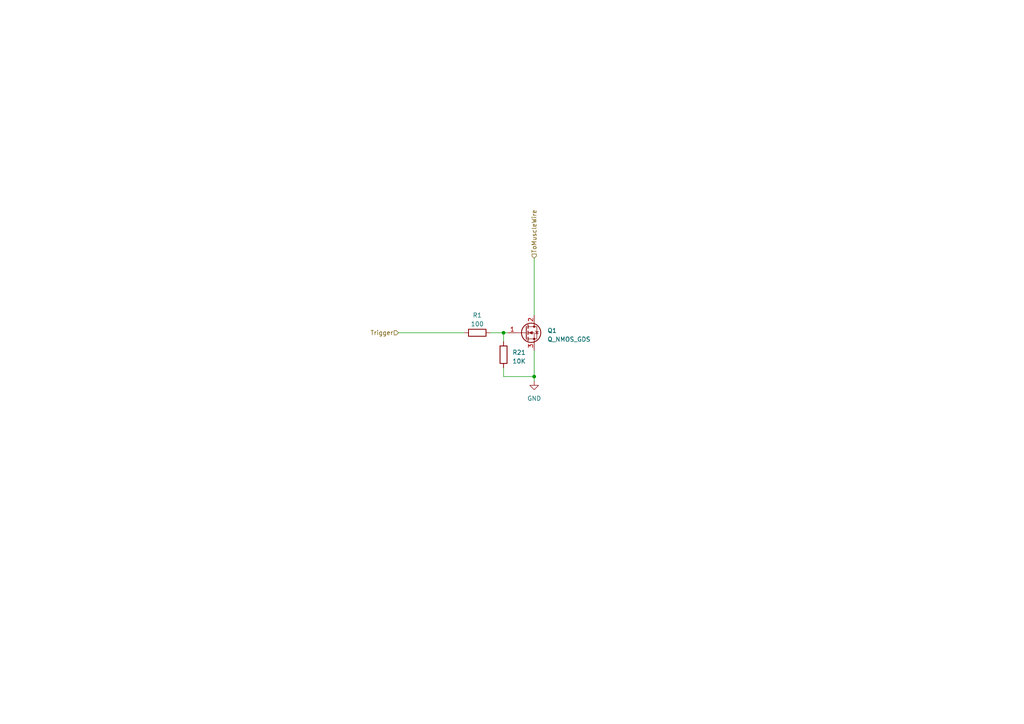
<source format=kicad_sch>
(kicad_sch (version 20230121) (generator eeschema)
  (paper "A4")
  (lib_symbols
    (symbol "Device:Q_NMOS_GDS" (pin_names (offset 0) hide)
      (property "Reference" "Q" (at 5.08 1.27 0))
      (property "Value" "Q_NMOS_GDS" (at 5.08 -1.27 0))
      (symbol "Q_NMOS_GDS_0_1"
        (polyline (pts (xy 0.254 0) (xy -2.54 0)))
        (polyline (pts (xy 0.254 1.905) (xy 0.254 -1.905)) (stroke (width 0.254)))
        (polyline (pts (xy 0.762 -1.27) (xy 0.762 -2.286)) (stroke (width 0.254)))
        (polyline (pts (xy 0.762 0.508) (xy 0.762 -0.508)) (stroke (width 0.254)))
        (polyline (pts (xy 0.762 2.286) (xy 0.762 1.27)) (stroke (width 0.254)))
        (polyline (pts (xy 2.54 2.54) (xy 2.54 1.778)))
        (polyline (pts (xy 2.54 -2.54) (xy 2.54 0) (xy 0.762 0)))
        (polyline (pts (xy 0.762 -1.778) (xy 3.302 -1.778) (xy 3.302 1.778) (xy 0.762 1.778)))
        (polyline (pts (xy 1.016 0) (xy 2.032 0.381) (xy 2.032 -0.381) (xy 1.016 0)) (fill (type outline)))
        (polyline (pts (xy 2.794 0.508) (xy 2.921 0.381) (xy 3.683 0.381) (xy 3.81 0.254)))
        (polyline (pts (xy 3.302 0.381) (xy 2.921 -0.254) (xy 3.683 -0.254) (xy 3.302 0.381)))
        (circle (center 1.651 0) (radius 2.794) (stroke (width 0.254)))
        (circle (center 2.54 -1.778) (radius 0.254) (fill (type outline)))
        (circle (center 2.54 1.778) (radius 0.254) (fill (type outline)))
      )
      (symbol "Q_NMOS_GDS_1_1"
        (pin input line (at -5.08 0 0) (length 2.54) (name "G") (number "1"))
        (pin passive line (at 2.54 5.08 270) (length 2.54) (name "D") (number "2"))
        (pin passive line (at 2.54 -5.08 90) (length 2.54) (name "S") (number "3"))
      )
    )
    (symbol "Device:R" (pin_numbers hide) (pin_names (offset 0))
      (property "Reference" "R" (at 2.032 0 90))
      (property "Value" "R" (at 0 0 90))
      (symbol "R_0_1"
        (rectangle (start -1.016 -2.54) (end 1.016 2.54) (stroke (width 0.254)))
      )
      (symbol "R_1_1"
        (pin passive line (at 0 3.81 270) (length 1.27) (name "~") (number "1"))
        (pin passive line (at 0 -3.81 90) (length 1.27) (name "~") (number "2"))
      )
    )
    (symbol "power:GND" (power) (pin_names (offset 0))
      (property "Value" "GND" (at 0 -3.81 0))
      (symbol "GND_0_1"
        (polyline (pts (xy 0 0) (xy 0 -1.27) (xy 1.27 -1.27) (xy 0 -2.54) (xy -1.27 -1.27) (xy 0 -1.27)))
      )
      (symbol "GND_1_1"
        (pin power_in line (at 0 0 270) (length 0) hide (name "GND") (number "1"))
      )
    )
  )
  (junction (at 146.05 96.52))
  (junction (at 154.94 109.22))
  (wire (pts (xy 154.94 110.49) (xy 154.94 109.22)))
  (wire (pts (xy 146.05 109.22) (xy 154.94 109.22)))
  (wire (pts (xy 146.05 106.68) (xy 146.05 109.22)))
  (wire (pts (xy 146.05 96.52) (xy 147.32 96.52)))
  (wire (pts (xy 115.57 96.52) (xy 134.62 96.52)))
  (wire (pts (xy 142.24 96.52) (xy 146.05 96.52)))
  (wire (pts (xy 146.05 96.52) (xy 146.05 99.06)))
  (wire (pts (xy 154.94 74.93) (xy 154.94 91.44)))
  (wire (pts (xy 154.94 109.22) (xy 154.94 101.6)))
  (hierarchical_label "ToMuscleWire" (shape input) (at 154.94 74.93 90))
  (hierarchical_label "Trigger" (shape input) (at 115.57 96.52 180))
  (symbol (lib_id "Device:Q_NMOS_GDS") (at 152.4 96.52 0) (unit 1)
    (property "Reference" "Q1" (at 158.75 95.885 0) (effects (justify left)))
    (property "Value" "Q_NMOS_GDS" (at 158.75 98.425 0) (effects (justify left)))
    (property "Footprint" "Package_TO_SOT_SMD:SOT-223-3_TabPin2" (effects hide))
    (instances (project "NitinolDriver" (path "" (reference "Q1") (unit 1)) (path "" (reference "Q2") (unit 1)) (path "" (reference "Q3") (unit 1)) (path "" (reference "Q4") (unit 1)) (path "" (reference "Q5") (unit 1)) (path "" (reference "Q6") (unit 1)) (path "" (reference "Q7") (unit 1)) (path "" (reference "Q8") (unit 1)) (path "" (reference "Q9") (unit 1)) (path "" (reference "Q10") (unit 1)) (path "" (reference "Q11") (unit 1)) (path "" (reference "Q12") (unit 1))))
  )
  (symbol (lib_id "Device:R") (at 138.43 96.52 90) (unit 1)
    (property "Reference" "R1" (at 138.43 91.44 90))
    (property "Value" "100" (at 138.43 93.98 90))
    (property "Footprint" "Resistor_SMD:R_0805_2012Metric_Pad1.20x1.40mm_HandSolder" (effects hide))
    (instances (project "NitinolDriver" (path "" (reference "R1") (unit 1)) (path "" (reference "R1") (unit 1)) (path "" (reference "R2") (unit 1)) (path "" (reference "R3") (unit 1)) (path "" (reference "R4") (unit 1)) (path "" (reference "R5") (unit 1)) (path "" (reference "R6") (unit 1)) (path "" (reference "R7") (unit 1)) (path "" (reference "R10") (unit 1)) (path "" (reference "R8") (unit 1)) (path "" (reference "R12") (unit 1)) (path "" (reference "R11") (unit 1)) (path "" (reference "R9") (unit 1))))
  )
  (symbol (lib_id "power:GND") (at 154.94 110.49 0) (unit 1)
    (property "Reference" "#PWR01" (effects hide))
    (property "Value" "GND" (at 154.94 115.57 0))
    (instances (project "NitinolDriver" (path "" (reference "#PWR01") (unit 1)) (path "" (reference "#PWR01") (unit 1)) (path "" (reference "#PWR03") (unit 1)) (path "" (reference "#PWR04") (unit 1)) (path "" (reference "#PWR05") (unit 1)) (path "" (reference "#PWR06") (unit 1)) (path "" (reference "#PWR07") (unit 1)) (path "" (reference "#PWR08") (unit 1)) (path "" (reference "#PWR011") (unit 1)) (path "" (reference "#PWR09") (unit 1)) (path "" (reference "#PWR013") (unit 1)) (path "" (reference "#PWR012") (unit 1)) (path "" (reference "#PWR010") (unit 1))))
  )
  (symbol (lib_id "Device:R") (at 146.05 102.87 0) (unit 1)
    (property "Reference" "R21" (at 148.59 102.235 0) (effects (justify left)))
    (property "Value" "10K" (at 148.59 104.775 0) (effects (justify left)))
    (property "Footprint" "Resistor_SMD:R_0805_2012Metric_Pad1.20x1.40mm_HandSolder" (effects hide))
    (instances (project "NitinolDriver" (path "" (reference "R21") (unit 1)) (path "" (reference "R13") (unit 1)) (path "" (reference "R14") (unit 1)) (path "" (reference "R15") (unit 1)) (path "" (reference "R16") (unit 1)) (path "" (reference "R17") (unit 1)) (path "" (reference "R18") (unit 1)) (path "" (reference "R19") (unit 1)) (path "" (reference "R20") (unit 1)) (path "" (reference "R22") (unit 1)) (path "" (reference "R23") (unit 1)) (path "" (reference "R24") (unit 1))))
  )
)
</source>
